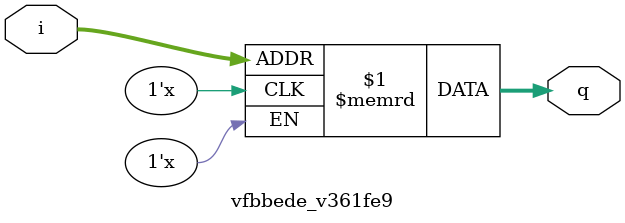
<source format=v>

`default_nettype none

module main (
 input vd89928,
 input vclk,
 output v005daf,
 output [0:7] vinit
);
 wire w0;
 wire w1;
 wire w2;
 assign v005daf = w0;
 assign w1 = vd89928;
 assign w2 = vclk;
 v0851e7 vfdc18f (
  .v807be4(w0),
  .v4dc7fc(w1),
  .vfd9fa9(w2)
 );
 assign vinit = 8'b00000000;
endmodule

/*-------------------------------------------------*/
/*--   */
/*-- - - - - - - - - - - - - - - - - - - - - - - --*/
/*-- 
/*-------------------------------------------------*/
//---- Top entity
module v0851e7 #(
 parameter v405b24 = "v405b24.list",
 parameter v5d1cd2 = 3,
 parameter v8fc4bd = 1,
 parameter v2c5934 = "v2c5934.list",
 parameter v23caaf = 7'h48
) (
 input vfd9fa9,
 input v4dc7fc,
 input [1:0] v7b11d4,
 input v2fc012,
 output vb80e1b,
 output v807be4,
 output [7:0] vfe18cf,
 output v8ec998
);
 localparam p1 = v23caaf;
 localparam p9 = v2c5934;
 localparam p12 = v5d1cd2;
 localparam p27 = v8fc4bd;
 localparam p33 = v405b24;
 wire [0:7] w0;
 wire w2;
 wire w3;
 wire [0:7] w4;
 wire w5;
 wire w6;
 wire [0:6] w7;
 wire [0:1] w8;
 wire w10;
 wire w11;
 wire w13;
 wire w14;
 wire w15;
 wire w16;
 wire w17;
 wire w18;
 wire w19;
 wire w20;
 wire w21;
 wire w22;
 wire w23;
 wire [0:17] w24;
 wire [0:2] w25;
 wire [0:2] w26;
 wire w28;
 wire [0:7] w29;
 wire [0:7] w30;
 wire [0:7] w31;
 wire [0:1] w32;
 wire [0:7] w34;
 wire w35;
 wire w36;
 wire w37;
 wire w38;
 wire w39;
 wire w40;
 wire w41;
 wire w42;
 wire w43;
 wire w44;
 wire w45;
 wire w46;
 assign vfe18cf = w0;
 assign w2 = v4dc7fc;
 assign vb80e1b = w3;
 assign w32 = v7b11d4;
 assign w35 = v2fc012;
 assign w36 = vfd9fa9;
 assign w37 = vfd9fa9;
 assign w38 = vfd9fa9;
 assign w39 = vfd9fa9;
 assign w40 = vfd9fa9;
 assign w41 = vfd9fa9;
 assign w42 = vfd9fa9;
 assign w44 = vfd9fa9;
 assign v8ec998 = w45;
 assign v807be4 = w46;
 assign w10 = w6;
 assign w14 = w6;
 assign w14 = w10;
 assign w20 = w6;
 assign w20 = w10;
 assign w20 = w14;
 assign w21 = w15;
 assign w26 = w25;
 assign w37 = w36;
 assign w38 = w36;
 assign w38 = w37;
 assign w39 = w36;
 assign w39 = w37;
 assign w39 = w38;
 assign w40 = w36;
 assign w40 = w37;
 assign w40 = w38;
 assign w40 = w39;
 assign w41 = w36;
 assign w41 = w37;
 assign w41 = w38;
 assign w41 = w39;
 assign w41 = w40;
 assign w42 = w36;
 assign w42 = w37;
 assign w42 = w38;
 assign w42 = w39;
 assign w42 = w40;
 assign w42 = w41;
 assign w43 = w6;
 assign w43 = w10;
 assign w43 = w14;
 assign w43 = w20;
 assign w44 = w36;
 assign w44 = w37;
 assign w44 = w38;
 assign w44 = w39;
 assign w44 = w40;
 assign w44 = w41;
 assign w44 = w42;
 v89d234 v405ffe (
  .vb1c024(w0),
  .v39f831(w4),
  .vf892a0(w5),
  .v41eb95(w40)
 );
 v20b7db #(
  .vc5c8ea(p1)
 ) v38893d (
  .ve8dbeb(w7)
 );
 vb959c2 v270923 (
  .vb4c770(w6),
  .v3c6908(w16),
  .ve68648(w35),
  .v581b48(w37)
 );
 v8e2728 v0dff61 (
  .v10eedb(w6),
  .v2dffca(w11),
  .v0884a0(w38)
 );
 v1535f6 #(
  .vb36a78(p9)
 ) vcccfb9 (
  .vfde47f(w24),
  .v851180(w25)
 );
 v0851e7_v67db2c v67db2c (
  .op(w8),
  .i(w24),
  .value(w29),
  .regis(w30)
 );
 v117a33 #(
  .v5e4a03(p12)
 ) vf3a196 (
  .v712cd1(w16),
  .ve61673(w18),
  .v7c533e(w19),
  .vf4a676(w25),
  .vdd729a(w36)
 );
 v35f267 vf0c8f5 (
  .v0e28cb(w10),
  .vcbab45(w18)
 );
 v816138 v8221b9 (
  .v0e28cb(w11),
  .vcbab45(w13),
  .v3ca442(w23)
 );
 vb2090f vcfae5c (
  .v0e28cb(w14),
  .vcbab45(w19),
  .v3ca442(w21)
 );
 vb2090f v925465 (
  .v3ca442(w13),
  .vcbab45(w17),
  .v0e28cb(w20)
 );
 v1c7dae v4c83c4 (
  .vf54559(w15),
  .ve8318d(w22),
  .va4102a(w41)
 );
 v2b2787 v3716a6 (
  .v4dc7fc(w2),
  .vb80e1b(w3),
  .vfe18cf(w4),
  .v17d400(w5),
  .v329779(w7),
  .vc5c3a8(w8),
  .v122bbd(w15),
  .v54a38c(w17),
  .v8d0637(w29),
  .v64d54b(w31),
  .v6fc728(w39),
  .vbfe24d(w46)
 );
 v1c7dae vbe08ed (
  .vf54559(w22),
  .ve8318d(w23),
  .va4102a(w42)
 );
 v359a55 v279edf (
  .v50d6c6(w28),
  .vd6b984(w30),
  .vf24dba(w31),
  .v02d898(w34)
 );
 vd9a3cf #(
  .v16d6b8(p27)
 ) v010bba (
  .v2e7398(w26),
  .v18e78c(w28)
 );
 vfbbede #(
  .vb36a78(p33)
 ) v4494aa (
  .v851180(w32),
  .vfde47f(w34)
 );
 v7eacdf v1041a6 (
  .v10eedb(w43),
  .v0884a0(w44),
  .v2dffca(w45)
 );
endmodule

/*-------------------------------------------------*/
/*-- adc  */
/*-- - - - - - - - - - - - - - - - - - - - - - - --*/
/*-- Analog-to-digital-converter
/*-------------------------------------------------*/

module v0851e7_v67db2c (
 input [17:0] i,
 output [7:0] regis,
 output [7:0] value,
 output [1:0] op
);
 assign op = i[17:16];
 assign regis = i[15:8];
 assign value = i[7:0];
endmodule
//---- Top entity
module v89d234 #(
 parameter v422d28 = 0
) (
 input v41eb95,
 input [7:0] v39f831,
 input vf892a0,
 output [7:0] vb1c024
);
 localparam p0 = v422d28;
 wire [0:7] w1;
 wire [0:7] w2;
 wire w3;
 wire w4;
 assign vb1c024 = w1;
 assign w2 = v39f831;
 assign w3 = vf892a0;
 assign w4 = v41eb95;
 v89d234_v9148cb #(
  .INI(p0)
 ) v9148cb (
  .q(w1),
  .d(w2),
  .load(w3),
  .clk(w4)
 );
endmodule

/*-------------------------------------------------*/
/*-- Registro  */
/*-- - - - - - - - - - - - - - - - - - - - - - - --*/
/*-- Registro de 8 bits
/*-------------------------------------------------*/

module v89d234_v9148cb #(
 parameter INI = 0
) (
 input clk,
 input [7:0] d,
 input load,
 output [7:0] q
);
 localparam N = 8;
 
 reg [N-1:0] q = INI;
 
 always @(posedge clk)
   if (load)
     q <= d;
endmodule
//---- Top entity
module v20b7db #(
 parameter vc5c8ea = 0
) (
 output [6:0] ve8dbeb
);
 localparam p0 = vc5c8ea;
 wire [0:6] w1;
 assign ve8dbeb = w1;
 v20b7db_v465065 #(
  .VALUE(p0)
 ) v465065 (
  .k(w1)
 );
endmodule

/*-------------------------------------------------*/
/*-- Constante-7bits  */
/*-- - - - - - - - - - - - - - - - - - - - - - - --*/
/*-- Valor genérico constante, de 7 bits. Su valor se introduce como parámetro. Por defecto vale 0
/*-------------------------------------------------*/

module v20b7db_v465065 #(
 parameter VALUE = 0
) (
 output [6:0] k
);
 assign k = VALUE;
endmodule
//---- Top entity
module vb959c2 #(
 parameter v679341 = 0
) (
 input v581b48,
 input ve68648,
 input v3c6908,
 output vb4c770
);
 localparam p4 = v679341;
 wire w0;
 wire w1;
 wire w2;
 wire w3;
 assign w0 = v581b48;
 assign w1 = ve68648;
 assign w2 = v3c6908;
 assign vb4c770 = w3;
 vb959c2_v4e11b3 #(
  .INI(p4)
 ) v4e11b3 (
  .clk(w0),
  .set(w1),
  .rst(w2),
  .q(w3)
 );
endmodule

/*-------------------------------------------------*/
/*-- Biestable-Set-Reset  */
/*-- - - - - - - - - - - - - - - - - - - - - - - --*/
/*-- Biestable con entradas de Set y Reset síncronas, para poner y quitar notaficaciones de eventos
/*-------------------------------------------------*/

module vb959c2_v4e11b3 #(
 parameter INI = 0
) (
 input clk,
 input set,
 input rst,
 output q
);
 reg q = INI;
 
 always @(posedge clk)
   if (set)
     q <= 1'b1;
   else if (rst)
     q<=1'b0;
endmodule
//---- Top entity
module v8e2728 (
 input v0884a0,
 input v10eedb,
 output v2dffca
);
 wire w0;
 wire w1;
 wire w2;
 assign w0 = v10eedb;
 assign v2dffca = w1;
 assign w2 = v0884a0;
 v8e2728_v115ffb v115ffb (
  .i(w0),
  .o(w1),
  .clk(w2)
 );
endmodule

/*-------------------------------------------------*/
/*-- Subida  */
/*-- - - - - - - - - - - - - - - - - - - - - - - --*/
/*-- Detector de flanco de subida. Emite un tic cuando detecta un flanco ascendente
/*-------------------------------------------------*/

module v8e2728_v115ffb (
 input clk,
 input i,
 output o
);
 reg q = 0;
 
 always @(posedge clk)
   q <= i;
   
 assign o = (~q & i);  
endmodule
//---- Top entity
module v1535f6 #(
 parameter vb36a78 = "vb36a78.list"
) (
 input [2:0] v851180,
 output [17:0] vfde47f
);
 localparam p0 = vb36a78;
 wire [0:2] w1;
 wire [0:17] w2;
 assign w1 = v851180;
 assign vfde47f = w2;
 v1535f6_v361fe9 #(
  .DATA(p0)
 ) v361fe9 (
  .i(w1),
  .q(w2)
 );
endmodule

/*-------------------------------------------------*/
/*-- mi-tabla3-18  */
/*-- - - - - - - - - - - - - - - - - - - - - - - --*/
/*-- Circuito combinacional de 3 entradas y 18 salidas
/*-------------------------------------------------*/

module v1535f6_v361fe9 #(
 parameter DATA = 0
) (
 input [2:0] i,
 output [17:0] q
);
 
 //-- Bits del bus de entrada
 localparam N = 3;
 
 //-- Bits del bus de salida
 localparam M = 18;
 
 //-- Calcular tamaño de la tabla
 //-- (filas) segun los bits de entrada
 localparam TAM = 2 ** N;
 
 //-- Definición de la tabla
 //-- Tabla de TAM elementos de M bits
 reg [M-1:0] tabla[0:TAM-1];
 
 //-- Read the table
 assign q = tabla[i];
 
 //-- Init table from DATA parameters
 initial begin
   if (DATA) $readmemh(DATA, tabla);
 end
endmodule
//---- Top entity
module v117a33 #(
 parameter v5e4a03 = 8
) (
 input vdd729a,
 input ve61673,
 input v7c533e,
 output [2:0] vf4a676,
 output v712cd1
);
 localparam p1 = v5e4a03;
 wire w0;
 wire w2;
 wire w3;
 wire w4;
 wire [0:2] w5;
 assign w0 = ve61673;
 assign w2 = v7c533e;
 assign w3 = vdd729a;
 assign v712cd1 = w4;
 assign vf4a676 = w5;
 v117a33_vbd6086 #(
  .M(p1)
 ) vbd6086 (
  .rst(w0),
  .cnt(w2),
  .clk(w3),
  .ov(w4),
  .q(w5)
 );
endmodule

/*-------------------------------------------------*/
/*-- Contador-3bits-up-rst  */
/*-- - - - - - - - - - - - - - - - - - - - - - - --*/
/*-- Contador módulo M, ascendente, de 3 bits, con reset 
/*-------------------------------------------------*/

module v117a33_vbd6086 #(
 parameter M = 0
) (
 input clk,
 input rst,
 input cnt,
 output [2:0] q,
 output ov
);
 //-- Numero de bits del contador
 localparam N = 3; 
 
 //-- En contadores de N bits:
 //-- M = 2 ** N
 
 //-- Internamente usamos un bit mas
 //-- (N+1) bits
 reg [N:0] qi = 0;
 
 always @(posedge clk)
   if (rst | ov)
     qi <= 2'b00;
   else
     if (cnt)
       qi <= qi + 1;
       
 assign q = qi;
 
 //-- Comprobar overflow
 assign ov = (qi == M);
     
endmodule
//---- Top entity
module v35f267 (
 input v0e28cb,
 output vcbab45
);
 wire w0;
 wire w1;
 assign w0 = v0e28cb;
 assign vcbab45 = w1;
 v35f267_vd54ca1 vd54ca1 (
  .a(w0),
  .c(w1)
 );
endmodule

/*-------------------------------------------------*/
/*-- NOT  */
/*-- - - - - - - - - - - - - - - - - - - - - - - --*/
/*-- Puerta NOT
/*-------------------------------------------------*/

module v35f267_vd54ca1 (
 input a,
 output c
);
 //-- Puerta NOT
 
 //-- module (input wire a, output wire c);
 
 
 assign c = ~a;
 
 
 //-- endmodule
 
endmodule
//---- Top entity
module v816138 (
 input v0e28cb,
 input v3ca442,
 output vcbab45
);
 wire w0;
 wire w1;
 wire w2;
 assign w0 = v0e28cb;
 assign w1 = v3ca442;
 assign vcbab45 = w2;
 v816138_vf4938a vf4938a (
  .a(w0),
  .b(w1),
  .c(w2)
 );
endmodule

/*-------------------------------------------------*/
/*-- OR  */
/*-- - - - - - - - - - - - - - - - - - - - - - - --*/
/*-- Puerta OR
/*-------------------------------------------------*/

module v816138_vf4938a (
 input a,
 input b,
 output c
);
 //-- Puerta OR
 
 //-- module and (input wire a, input wire b,
 //--             output wire c);
 
 assign c = a | b;
 
 //-- endmodule
endmodule
//---- Top entity
module vb2090f (
 input v0e28cb,
 input v3ca442,
 output vcbab45
);
 wire w0;
 wire w1;
 wire w2;
 assign w0 = v0e28cb;
 assign w1 = v3ca442;
 assign vcbab45 = w2;
 vb2090f_vf4938a vf4938a (
  .a(w0),
  .b(w1),
  .c(w2)
 );
endmodule

/*-------------------------------------------------*/
/*-- AND  */
/*-- - - - - - - - - - - - - - - - - - - - - - - --*/
/*-- Puerta AND
/*-------------------------------------------------*/

module vb2090f_vf4938a (
 input a,
 input b,
 output c
);
 //-- Puerta AND
 
 //-- module and (input wire a, input wire b,
 //--             output wire c);
 
 assign c = a & b;
 
 //-- endmodule
endmodule
//---- Top entity
module v1c7dae #(
 parameter v71e305 = 0
) (
 input va4102a,
 input vf54559,
 output ve8318d
);
 localparam p2 = v71e305;
 wire w0;
 wire w1;
 wire w3;
 assign w0 = va4102a;
 assign ve8318d = w1;
 assign w3 = vf54559;
 v1c7dae_vb8adf8 #(
  .INI(p2)
 ) vb8adf8 (
  .clk(w0),
  .q(w1),
  .d(w3)
 );
endmodule

/*-------------------------------------------------*/
/*-- Biestable-D  */
/*-- - - - - - - - - - - - - - - - - - - - - - - --*/
/*-- Biestable de datos (Tipo D). Cuando se recibe un tic por load se captura el dato
/*-------------------------------------------------*/

module v1c7dae_vb8adf8 #(
 parameter INI = 0
) (
 input clk,
 input d,
 output q
);
 reg q = INI;
 always @(posedge clk)
   q <= d;
endmodule
//---- Top entity
module v2b2787 #(
 parameter v20b6ac = "v20b6ac.list",
 parameter vdb1b8a = 3
) (
 input v6fc728,
 input v4dc7fc,
 input v876f60,
 input [6:0] v329779,
 input [7:0] v64d54b,
 input [7:0] v8d0637,
 input [1:0] vc5c3a8,
 input v54a38c,
 output vbfe24d,
 output vb80e1b,
 output ve89a9b,
 output [7:0] vfe18cf,
 output v17d400,
 output v122bbd
);
 localparam p1 = vdb1b8a;
 localparam p69 = v20b6ac;
 wire w0;
 wire w2;
 wire w3;
 wire w4;
 wire w5;
 wire w6;
 wire w7;
 wire w8;
 wire w9;
 wire w10;
 wire w11;
 wire w12;
 wire w13;
 wire w14;
 wire w15;
 wire w16;
 wire w17;
 wire [0:1] w18;
 wire w19;
 wire w20;
 wire w21;
 wire w22;
 wire w23;
 wire w24;
 wire w25;
 wire [0:7] w26;
 wire w27;
 wire [0:7] w28;
 wire w29;
 wire w30;
 wire w31;
 wire w32;
 wire w33;
 wire w34;
 wire w35;
 wire w36;
 wire w37;
 wire w38;
 wire w39;
 wire [0:7] w40;
 wire [0:7] w41;
 wire w42;
 wire w43;
 wire [0:1] w44;
 wire [0:1] w45;
 wire [0:1] w46;
 wire [0:1] w47;
 wire [0:1] w48;
 wire w49;
 wire w50;
 wire w51;
 wire [0:6] w52;
 wire [0:7] w53;
 wire [0:7] w54;
 wire w55;
 wire w56;
 wire w57;
 wire w58;
 wire w59;
 wire w60;
 wire w61;
 wire w62;
 wire w63;
 wire w64;
 wire w65;
 wire w66;
 wire w67;
 wire w68;
 wire w70;
 wire w71;
 assign w0 = v4dc7fc;
 assign vb80e1b = w6;
 assign ve89a9b = w9;
 assign vfe18cf = w28;
 assign w39 = v876f60;
 assign w47 = vc5c3a8;
 assign w52 = v329779;
 assign w53 = v64d54b;
 assign w54 = v8d0637;
 assign w55 = v54a38c;
 assign w56 = v6fc728;
 assign w57 = v6fc728;
 assign w58 = v6fc728;
 assign w59 = v6fc728;
 assign w60 = v6fc728;
 assign w61 = v6fc728;
 assign v17d400 = w62;
 assign w63 = v6fc728;
 assign w64 = v6fc728;
 assign w65 = v6fc728;
 assign w66 = v6fc728;
 assign w67 = v6fc728;
 assign v122bbd = w68;
 assign vbfe24d = w71;
 assign w23 = w10;
 assign w24 = w21;
 assign w25 = w7;
 assign w30 = w27;
 assign w35 = w33;
 assign w36 = w33;
 assign w36 = w35;
 assign w37 = w33;
 assign w37 = w35;
 assign w37 = w36;
 assign w42 = w19;
 assign w50 = w49;
 assign w57 = w56;
 assign w58 = w56;
 assign w58 = w57;
 assign w59 = w56;
 assign w59 = w57;
 assign w59 = w58;
 assign w60 = w56;
 assign w60 = w57;
 assign w60 = w58;
 assign w60 = w59;
 assign w61 = w56;
 assign w61 = w57;
 assign w61 = w58;
 assign w61 = w59;
 assign w61 = w60;
 assign w63 = w56;
 assign w63 = w57;
 assign w63 = w58;
 assign w63 = w59;
 assign w63 = w60;
 assign w63 = w61;
 assign w64 = w56;
 assign w64 = w57;
 assign w64 = w58;
 assign w64 = w59;
 assign w64 = w60;
 assign w64 = w61;
 assign w64 = w63;
 assign w65 = w56;
 assign w65 = w57;
 assign w65 = w58;
 assign w65 = w59;
 assign w65 = w60;
 assign w65 = w61;
 assign w65 = w63;
 assign w65 = w64;
 assign w66 = w56;
 assign w66 = w57;
 assign w66 = w58;
 assign w66 = w59;
 assign w66 = w60;
 assign w66 = w61;
 assign w66 = w63;
 assign w66 = w64;
 assign w66 = w65;
 assign w67 = w56;
 assign w67 = w57;
 assign w67 = w58;
 assign w67 = w59;
 assign w67 = w60;
 assign w67 = w61;
 assign w67 = w63;
 assign w67 = w64;
 assign w67 = w65;
 assign w67 = w66;
 assign w70 = w31;
 assign w71 = w3;
 ve1a052 v3a7ca3 (
  .v6b2a2c(w0),
  .vba979e(w5),
  .v248807(w8),
  .v790e82(w10)
 );
 v23e63b #(
  .v75b2bb(p1)
 ) vb9b54e (
  .vd78d57(w2),
  .vd94b57(w13),
  .v3fd15e(w17),
  .v2379d3(w31),
  .vd92cd6(w55),
  .vcc8dd9(w56)
 );
 v8ba640 v29c916 (
  .v22d89c(w9),
  .vd0f6aa(w10),
  .vcfa9bb(w11),
  .vdff742(w35),
  .v30ed4b(w39),
  .v5dd22f(w65)
 );
 vfc9dac v07820e (
  .v8b19dd(w18),
  .v64d863(w19),
  .v3f8943(w43)
 );
 v35f267 va4427d (
  .v0e28cb(w19),
  .vcbab45(w34)
 );
 v56e0da v263adc (
  .v4fef26(w22),
  .v8fcf35(w24),
  .vd50ef8(w26),
  .v54c0b0(w63)
 );
 vb2090f va6a155 (
  .v3ca442(w20),
  .vcbab45(w21),
  .v0e28cb(w25)
 );
 v35f267 v2f4ce6 (
  .vcbab45(w20),
  .v0e28cb(w36)
 );
 v42ebf7 v478781 (
  .v9afc1f(w21),
  .ve8318d(w22),
  .vf54559(w23),
  .va4102a(w61)
 );
 vc146d4 v423c53 (
  .vc42023(w7),
  .v0e6505(w8),
  .v190b0b(w11),
  .vdb8ccc(w12),
  .v994809(w27),
  .v364b20(w37),
  .vf5404b(w60)
 );
 v89d234 v405ffe (
  .v39f831(w26),
  .vf892a0(w27),
  .vb1c024(w28),
  .v41eb95(w64)
 );
 v1c7dae vd9300d (
  .vf54559(w29),
  .ve8318d(w62),
  .va4102a(w66)
 );
 vb2090f vaa1091 (
  .vcbab45(w29),
  .v0e28cb(w30),
  .v3ca442(w32)
 );
 v3e4cef v0d19b0 (
  .ve41ea9(w3),
  .v610d09(w4),
  .v24cab2(w5),
  .vfb639d(w6),
  .v334d55(w16),
  .v6a8d27(w31),
  .v1b95b1(w58)
 );
 v35f267 va994d0 (
  .vcbab45(w32),
  .v0e28cb(w33)
 );
 v5cc6ec v0b57c9 (
  .vc93bbe(w33),
  .vb186da(w34),
  .v381ebf(w38),
  .v50d6c6(w50)
 );
 v725b7e v1b392a (
  .v9fb85f(w38)
 );
 v2b2787_v0fa555 v0fa555 (
  .b(w40),
  .w(w49),
  .a(w52)
 );
 vf1c84b vb60f13 (
  .v69afd7(w2),
  .v9c7419(w3),
  .v7da9df(w4),
  .v945c79(w7),
  .v1a1b36(w12),
  .v1368c3(w14),
  .v4c9f5f(w15),
  .vec0e14(w17),
  .vef36bc(w41),
  .v1c6ca1(w57)
 );
 v548334 ve8c896 (
  .ve9b26f(w13),
  .v8762e7(w14),
  .v650051(w15),
  .vea582e(w16),
  .v80c1bb(w18),
  .vf190ba(w44),
  .v49b5f9(w59)
 );
 v56cc18 vdc270f (
  .v3d1227(w40),
  .v3fb88b(w41),
  .vda0bfd(w42),
  .v50d6c6(w43),
  .v062092(w53),
  .v21e136(w54)
 );
 veebee1 v39309f (
  .v7fb9b3(w44),
  .v340b68(w45),
  .vc9d156(w46),
  .v50d6c6(w51)
 );
 v945d5c vb7cc31 (
  .v2978f0(w45)
 );
 vceff2d v2dc4e3 (
  .v2978f0(w46)
 );
 va47586 #(
  .vb36a78(p69)
 ) vb4821c (
  .v851180(w47),
  .vfde47f(w48)
 );
 vfc9dac ve5aef5 (
  .v8b19dd(w48),
  .v64d863(w49),
  .v3f8943(w51)
 );
 v1c7dae vfda31a (
  .va4102a(w67),
  .ve8318d(w68),
  .vf54559(w70)
 );
endmodule

/*-------------------------------------------------*/
/*-- i2c  */
/*-- - - - - - - - - - - - - - - - - - - - - - - --*/
/*-- Controlador i2c que permite 3 transacciones: escritura, lectura y selección
/*-------------------------------------------------*/

module v2b2787_v0fa555 (
 input [6:0] a,
 input w,
 output [7:0] b
);
 assign b = {a,w};
endmodule
//---- Top entity
module ve1a052 (
 input v6b2a2c,
 input v248807,
 input vba979e,
 output v790e82
);
 wire w0;
 wire w1;
 wire w2;
 wire w3;
 assign w0 = v6b2a2c;
 assign w1 = v248807;
 assign w2 = vba979e;
 assign v790e82 = w3;
 ve1a052_v43ad2d v43ad2d (
  .pin(w0),
  .oe(w1),
  .dout(w2),
  .din(w3)
 );
endmodule

/*-------------------------------------------------*/
/*-- Tri-state  */
/*-- - - - - - - - - - - - - - - - - - - - - - - --*/
/*-- Tri-state logic block
/*-------------------------------------------------*/

module ve1a052_v43ad2d (
 input pin,
 input oe,
 input dout,
 output din
);
   SB_IO #(
       .PIN_TYPE(6'b1010_01),
       .PULLUP(1'b0)
   ) triState (
       .PACKAGE_PIN(pin),
       .OUTPUT_ENABLE(oe),
       .D_OUT_0(dout),
       .D_IN_0(din)
   );
endmodule
//---- Top entity
module v23e63b #(
 parameter vf8c69c = 1,
 parameter v75b2bb = 2,
 parameter vd3b0b7 = 1
) (
 input vcc8dd9,
 input v2379d3,
 input vd92cd6,
 output vd78d57,
 output v3fd15e,
 output vd94b57
);
 localparam p1 = v75b2bb;
 localparam p4 = vd3b0b7;
 localparam p5 = vf8c69c;
 wire w0;
 wire w2;
 wire w3;
 wire w6;
 wire w7;
 wire w8;
 wire w9;
 wire w10;
 wire w11;
 wire w12;
 wire w13;
 wire w14;
 wire w15;
 wire w16;
 wire w17;
 assign vd78d57 = w0;
 assign v3fd15e = w2;
 assign w6 = v2379d3;
 assign w9 = vd92cd6;
 assign w10 = v2379d3;
 assign w11 = vcc8dd9;
 assign w12 = vcc8dd9;
 assign w13 = vcc8dd9;
 assign w14 = vcc8dd9;
 assign vd94b57 = w15;
 assign w17 = vcc8dd9;
 assign w8 = w0;
 assign w10 = w6;
 assign w12 = w11;
 assign w13 = w11;
 assign w13 = w12;
 assign w14 = w11;
 assign w14 = w12;
 assign w14 = w13;
 assign w16 = w3;
 assign w17 = w11;
 assign w17 = w12;
 assign w17 = w13;
 assign w17 = w14;
 vb959c2 #(
  .v679341(p5)
 ) vd7cb01 (
  .vb4c770(w0),
  .ve68648(w6),
  .v3c6908(w9),
  .v581b48(w11)
 );
 v3b630a #(
  .v187a47(p1)
 ) v65ebbc (
  .va9e2af(w3),
  .v6e1dd1(w7),
  .v5688a8(w13)
 );
 vb959c2 #(
  .v679341(p4)
 ) ve13051 (
  .vb4c770(w2),
  .v3c6908(w3),
  .ve68648(w10),
  .v581b48(w14)
 );
 v7eacdf v2908cb (
  .v2dffca(w7),
  .v10eedb(w8),
  .v0884a0(w12)
 );
 v1c7dae v0241a5 (
  .ve8318d(w15),
  .vf54559(w16),
  .va4102a(w17)
 );
endmodule

/*-------------------------------------------------*/
/*-- i2c-start  */
/*-- - - - - - - - - - - - - - - - - - - - - - - --*/
/*-- Generar la condición de start en el bus I2C
/*-------------------------------------------------*/
//---- Top entity
module v3b630a #(
 parameter v187a47 = 100
) (
 input v5688a8,
 input v6e1dd1,
 output veabfb2,
 output va9e2af
);
 localparam p4 = v187a47;
 wire w0;
 wire w1;
 wire w2;
 wire w3;
 assign w0 = v6e1dd1;
 assign veabfb2 = w1;
 assign va9e2af = w2;
 assign w3 = v5688a8;
 v3b630a_v3140f5 #(
  .US(p4)
 ) v3140f5 (
  .start(w0),
  .p(w1),
  .tic(w2),
  .clk(w3)
 );
endmodule

/*-------------------------------------------------*/
/*-- timer-usec  */
/*-- - - - - - - - - - - - - - - - - - - - - - - --*/
/*-- Temporizador en microsegundos. La señal p está activa durante el tiempo indicado. Por tic se emite un tic al finalizar
/*-------------------------------------------------*/

module v3b630a_v3140f5 #(
 parameter US = 0
) (
 input clk,
 input start,
 output p,
 output tic
);
 //localparam US;
 
 //-- Constante para dividir y obtener una señal de 
 //-- periodo 1 micro-segundo
 localparam M = 12;
 
 //-- Calcular el numero de bits para almacenar M
 localparam N = $clog2(M);
 
 //-- Cable de reset para el corazon
 wire rst_heart;
 
 //-- Overflow del temporizador del corazon
 wire ov_heart;
 
 //-- Habilitacion del corazon
 wire ena;
 
 //-- Tics del corazon
 wire tic_heart;
 
 //-- Contador del corazon
 reg [N-1:0] heart=0;
 
 always @(posedge clk)
   if (rst_heart)
     heart <= 0;
   else
     heart <= heart + 1;
 
 //-- Overflow del contador
 assign ov_heart = (heart == M-1);
 
 //-- La salida del corazon es la señal de overflow
 assign tic_heart = ov_heart;
 
 //-- Reset del corazon
 assign rst_heart =~ena | ov_heart;
 
 
 
 //--------------------------------------------
 //-- Contador de tics
 //--------------------------------------------
 
 //-- Calcular el numero de bits para almacenar US tics
 localparam CB = $clog2(US);
 
 reg [CB:0] counter = 0;
 
 //-- Overflow del contador
 wire ov;
 
 //-- Señal de reset del contador
 wire rst;
 
 always @(posedge clk)
 if (rst)
   counter <= 0;
 else
   if (tic_heart)
     counter <= counter + 1;
 
 //-- Evento: cuenta máxima de tics alcanzada
 assign ov = (counter == US);
 
 //---------------------------------------
 //-- Biestable de estado del timer
 //-- 0: Apagado  
 //-- 1: Funcionando
 reg q = 0;
 
 always @(posedge clk)
   if (start)
     q <= 1'b1;
   else if (rst)
     q<=1'b0;
     
 //-- Lógica de reset
 //En función de la entrada, el estado y  
 // el overflow se inicializa el contador y 
 // se habilita el corazón de tics
 assign rst = ~q | ov | start;
 assign ena = ~rst;
 
 //-- Salida de pulso
 assign p = q;
 
 //-- Salida de tic
 //-- Saca un tic cuando ha finalizado la cuenta
 assign tic = ov;
 
endmodule
//---- Top entity
module v7eacdf (
 input v0884a0,
 input v10eedb,
 output v2dffca
);
 wire w0;
 wire w1;
 wire w2;
 assign w0 = v10eedb;
 assign v2dffca = w1;
 assign w2 = v0884a0;
 v7eacdf_v115ffb v115ffb (
  .i(w0),
  .o(w1),
  .clk(w2)
 );
endmodule

/*-------------------------------------------------*/
/*-- Bajada  */
/*-- - - - - - - - - - - - - - - - - - - - - - - --*/
/*-- Detector de flanco de bajada. Emite un tic cuando detecta un flanco descendente
/*-------------------------------------------------*/

module v7eacdf_v115ffb (
 input clk,
 input i,
 output o
);
 reg q = 0;
 
 always @(posedge clk)
   q <= i;
   
 assign o = (q & ~i);  
endmodule
//---- Top entity
module v8ba640 (
 input v5dd22f,
 input vd0f6aa,
 input vcfa9bb,
 input vdff742,
 input v30ed4b,
 output v22d89c
);
 wire w0;
 wire w1;
 wire w2;
 wire w3;
 wire w4;
 wire w5;
 wire w6;
 wire w7;
 wire w8;
 wire w9;
 assign v22d89c = w0;
 assign w4 = vd0f6aa;
 assign w5 = vdff742;
 assign w6 = vcfa9bb;
 assign w7 = v30ed4b;
 assign w8 = v5dd22f;
 assign w9 = v5dd22f;
 assign w9 = w8;
 vb2090f v8826f2 (
  .vcbab45(w2),
  .v3ca442(w3),
  .v0e28cb(w4)
 );
 vb959c2 v623a62 (
  .vb4c770(w0),
  .ve68648(w1),
  .v3c6908(w7),
  .v581b48(w9)
 );
 v8e2728 vf8bd2a (
  .v2dffca(w1),
  .v10eedb(w2),
  .v0884a0(w8)
 );
 vb2090f v9608b2 (
  .vcbab45(w3),
  .v3ca442(w5),
  .v0e28cb(w6)
 );
endmodule

/*-------------------------------------------------*/
/*-- i2c-nak  */
/*-- - - - - - - - - - - - - - - - - - - - - - - --*/
/*-- Detección de los ACKs del esclavo. Si no se recibe, se activa la salida NAK
/*-------------------------------------------------*/
//---- Top entity
module vfc9dac (
 input [1:0] v8b19dd,
 output v3f8943,
 output v64d863
);
 wire w0;
 wire w1;
 wire [0:1] w2;
 assign v3f8943 = w0;
 assign v64d863 = w1;
 assign w2 = v8b19dd;
 vfc9dac_v9a2a06 v9a2a06 (
  .o1(w0),
  .o0(w1),
  .i(w2)
 );
endmodule

/*-------------------------------------------------*/
/*-- Separador-bus  */
/*-- - - - - - - - - - - - - - - - - - - - - - - --*/
/*-- Separador de bus de 2-bits en dos cables
/*-------------------------------------------------*/

module vfc9dac_v9a2a06 (
 input [1:0] i,
 output o1,
 output o0
);
 assign o1 = i[1];
 assign o0 = i[0];
endmodule
//---- Top entity
module v56e0da #(
 parameter v27bfca = 0
) (
 input v54c0b0,
 input v4fef26,
 input v8fcf35,
 output v0d3330,
 output [7:0] vd50ef8
);
 localparam p0 = v27bfca;
 wire w1;
 wire w2;
 wire w3;
 wire w4;
 wire [0:7] w5;
 assign v0d3330 = w1;
 assign w2 = v4fef26;
 assign w3 = v8fcf35;
 assign w4 = v54c0b0;
 assign vd50ef8 = w5;
 v56e0da_v56d51d #(
  .INI(p0)
 ) v56d51d (
  .so(w1),
  .si(w2),
  .shift(w3),
  .clk(w4),
  .q(w5)
 );
endmodule

/*-------------------------------------------------*/
/*-- Registro-desplazamiento  */
/*-- - - - - - - - - - - - - - - - - - - - - - - --*/
/*-- Registro de desplazamiento (izquierda) de 8 bits
/*-------------------------------------------------*/

module v56e0da_v56d51d #(
 parameter INI = 0
) (
 input clk,
 input si,
 input shift,
 output so,
 output [7:0] q
);
 //-- Numero de bits el registros de desplazamiento
 localparam N = 8;
 
 reg [N-1:0] q = INI;
 
 always @(posedge clk)
   if (shift)
     q <= {q[N-2:0], si};
     
 //-- Sacar el bit de mayor peso por serial-out    
 assign so = q[N-1];
endmodule
//---- Top entity
module v42ebf7 #(
 parameter v71e305 = 0
) (
 input va4102a,
 input vf54559,
 input v9afc1f,
 output ve8318d
);
 localparam p2 = v71e305;
 wire w0;
 wire w1;
 wire w3;
 wire w4;
 assign w0 = va4102a;
 assign ve8318d = w1;
 assign w3 = vf54559;
 assign w4 = v9afc1f;
 v42ebf7_vb8adf8 #(
  .INI(p2)
 ) vb8adf8 (
  .clk(w0),
  .q(w1),
  .d(w3),
  .load(w4)
 );
endmodule

/*-------------------------------------------------*/
/*-- Biestable-D  */
/*-- - - - - - - - - - - - - - - - - - - - - - - --*/
/*-- Biestable de datos (Tipo D). Cuando se recibe un tic por load se captura el dato
/*-------------------------------------------------*/

module v42ebf7_vb8adf8 #(
 parameter INI = 0
) (
 input clk,
 input d,
 input load,
 output q
);
 reg q = INI;
 always @(posedge clk)
   if (load)
     q <= d;
endmodule
//---- Top entity
module vc146d4 #(
 parameter ve8153a = 1,
 parameter vd0eb71 = 9,
 parameter v56a06a = 5
) (
 input vf5404b,
 input vc42023,
 input v364b20,
 input vdb8ccc,
 output v190b0b,
 output v994809,
 output v0e6505
);
 localparam p0 = vd0eb71;
 localparam p1 = v56a06a;
 localparam p9 = ve8153a;
 wire w2;
 wire w3;
 wire w4;
 wire w5;
 wire w6;
 wire w7;
 wire w8;
 wire w10;
 wire w11;
 wire w12;
 wire w13;
 wire w14;
 wire w15;
 wire w16;
 wire w17;
 wire w18;
 wire w19;
 assign v0e6505 = w8;
 assign w10 = vdb8ccc;
 assign w11 = v364b20;
 assign w12 = vc42023;
 assign w13 = vdb8ccc;
 assign v190b0b = w14;
 assign w15 = vf5404b;
 assign w16 = vf5404b;
 assign w17 = vf5404b;
 assign w18 = vf5404b;
 assign v994809 = w19;
 assign w4 = w2;
 assign w13 = w10;
 assign w14 = w3;
 assign w16 = w15;
 assign w17 = w15;
 assign w17 = w16;
 assign w18 = w15;
 assign w18 = w16;
 assign w18 = w17;
 assign w19 = w2;
 assign w19 = w4;
 vd014cb #(
  .v5e4a03(p0)
 ) vf11cbd (
  .v712cd1(w2),
  .v7c533e(w12),
  .vdd729a(w17)
 );
 v3b630a #(
  .v187a47(p1)
 ) ve93ca3 (
  .v6e1dd1(w2),
  .veabfb2(w3),
  .v5688a8(w15)
 );
 v35f267 v17c9d1 (
  .v0e28cb(w3),
  .vcbab45(w5)
 );
 v42ebf7 #(
  .v71e305(p9)
 ) v1113ff (
  .ve8318d(w7),
  .v9afc1f(w10),
  .vf54559(w11),
  .va4102a(w16)
 );
 vb959c2 v1d8b2d (
  .ve68648(w4),
  .vb4c770(w6),
  .v3c6908(w13),
  .v581b48(w18)
 );
 v5cc6ec v809f57 (
  .vb186da(w5),
  .v381ebf(w6),
  .v50d6c6(w7),
  .vc93bbe(w8)
 );
endmodule

/*-------------------------------------------------*/
/*-- i2c-io  */
/*-- - - - - - - - - - - - - - - - - - - - - - - --*/
/*-- Gestion de la entrada/salida en el bus i2c
/*-------------------------------------------------*/
//---- Top entity
module vd014cb #(
 parameter v5e4a03 = 256
) (
 input vdd729a,
 input ve61673,
 input v7c533e,
 output [7:0] vb86fe4,
 output v712cd1
);
 localparam p1 = v5e4a03;
 wire w0;
 wire w2;
 wire w3;
 wire w4;
 wire [0:7] w5;
 assign w0 = ve61673;
 assign w2 = v7c533e;
 assign w3 = vdd729a;
 assign v712cd1 = w4;
 assign vb86fe4 = w5;
 vd014cb_vbd6086 #(
  .M(p1)
 ) vbd6086 (
  .rst(w0),
  .cnt(w2),
  .clk(w3),
  .ov(w4),
  .q(w5)
 );
endmodule

/*-------------------------------------------------*/
/*-- Contador-8bits-up-rst  */
/*-- - - - - - - - - - - - - - - - - - - - - - - --*/
/*-- Contador módulo M, ascendente, de 8 bits, con reset 
/*-------------------------------------------------*/

module vd014cb_vbd6086 #(
 parameter M = 0
) (
 input clk,
 input rst,
 input cnt,
 output [7:0] q,
 output ov
);
 //-- Numero de bits del contador
 localparam N = 8; 
 
 //-- En contadores de N bits:
 //-- M = 2 ** N
 
 //-- Internamente usamos un bit mas
 //-- (N+1) bits
 reg [N:0] qi = 0;
 
 always @(posedge clk)
   if (rst | ov)
     qi <= 0;
   else
     if (cnt)
       qi <= qi + 1;
       
 assign q = qi;
 
 //-- Comprobar overflow
 assign ov = (qi == M);
     
endmodule
//---- Top entity
module v5cc6ec (
 input vb186da,
 input v381ebf,
 input v50d6c6,
 output vc93bbe
);
 wire w0;
 wire w1;
 wire w2;
 wire w3;
 assign w0 = v50d6c6;
 assign vc93bbe = w1;
 assign w2 = v381ebf;
 assign w3 = vb186da;
 v5cc6ec_ve4e0df ve4e0df (
  .sel(w0),
  .o(w1),
  .i0(w2),
  .i1(w3)
 );
endmodule

/*-------------------------------------------------*/
/*-- Mux 2 a 1  */
/*-- - - - - - - - - - - - - - - - - - - - - - - --*/
/*-- Multiplexor de 2 a 1
/*-------------------------------------------------*/

module v5cc6ec_ve4e0df (
 input i1,
 input i0,
 input sel,
 output o
);
 //-- Multiplexor de 2 a 1, 
 //-- de 8 bits
 
 reg _o;
 
 always @(*) begin
     case(sel)
         0: _o = i0;
         1: _o = i1;
         default: _o = i0;
     endcase
 end
 
 assign o = _o;
 
endmodule
//---- Top entity
module v3e4cef #(
 parameter vd75665 = 5,
 parameter ve0391a = 2
) (
 input v1b95b1,
 input ve41ea9,
 input v610d09,
 input v334d55,
 output v24cab2,
 output vfb639d,
 output v6a8d27
);
 localparam p3 = ve0391a;
 localparam p15 = vd75665;
 wire w0;
 wire w1;
 wire w2;
 wire w4;
 wire w5;
 wire w6;
 wire w7;
 wire w8;
 wire w9;
 wire w10;
 wire w11;
 wire w12;
 wire w13;
 wire w14;
 wire w16;
 wire w17;
 wire w18;
 wire w19;
 wire w20;
 wire w21;
 wire w22;
 assign vfb639d = w0;
 assign v24cab2 = w4;
 assign v6a8d27 = w6;
 assign w8 = v610d09;
 assign w9 = ve41ea9;
 assign w11 = v1b95b1;
 assign w12 = v1b95b1;
 assign w13 = v1b95b1;
 assign w14 = v1b95b1;
 assign w16 = v334d55;
 assign w19 = v1b95b1;
 assign w22 = v1b95b1;
 assign w7 = w2;
 assign w12 = w11;
 assign w13 = w11;
 assign w13 = w12;
 assign w14 = w11;
 assign w14 = w12;
 assign w14 = w13;
 assign w18 = w17;
 assign w19 = w11;
 assign w19 = w12;
 assign w19 = w13;
 assign w19 = w14;
 assign w20 = w10;
 assign w21 = w6;
 assign w22 = w11;
 assign w22 = w12;
 assign w22 = w13;
 assign w22 = w14;
 assign w22 = w19;
 vb959c2 v2301a0 (
  .vb4c770(w1),
  .v3c6908(w10),
  .v581b48(w12),
  .ve68648(w17)
 );
 v816138 v4f5af9 (
  .vcbab45(w0),
  .v3ca442(w1),
  .v0e28cb(w8)
 );
 vb959c2 v8c0d08 (
  .ve68648(w2),
  .vb4c770(w5),
  .v581b48(w14),
  .v3c6908(w20)
 );
 v3b630a #(
  .v187a47(p3)
 ) vd80ff7 (
  .va9e2af(w2),
  .v5688a8(w11),
  .v6e1dd1(w18)
 );
 v816138 vb4f732 (
  .vcbab45(w4),
  .v0e28cb(w5),
  .v3ca442(w9)
 );
 v1c7dae v947bc6 (
  .ve8318d(w6),
  .vf54559(w7),
  .va4102a(w13)
 );
 v3b630a #(
  .v187a47(p15)
 ) vdc731d (
  .v6e1dd1(w16),
  .va9e2af(w17),
  .v5688a8(w19)
 );
 v1c7dae v44f3ab (
  .ve8318d(w10),
  .vf54559(w21),
  .va4102a(w22)
 );
endmodule

/*-------------------------------------------------*/
/*-- i2c-stop  */
/*-- - - - - - - - - - - - - - - - - - - - - - - --*/
/*-- Generar una condición de parada en el bus i2c
/*-------------------------------------------------*/
//---- Top entity
module v725b7e (
 output v9fb85f
);
 wire w0;
 assign v9fb85f = w0;
 v725b7e_vb2eccd vb2eccd (
  .q(w0)
 );
endmodule

/*-------------------------------------------------*/
/*-- 1  */
/*-- - - - - - - - - - - - - - - - - - - - - - - --*/
/*-- Un bit constante a 1
/*-------------------------------------------------*/

module v725b7e_vb2eccd (
 output q
);
 //-- Bit constante a 1
 assign q = 1'b1;
 
 
endmodule
//---- Top entity
module vf1c84b #(
 parameter vd32d28 = 121,
 parameter vea5b6c = 9,
 parameter v9ee7b6 = 2,
 parameter vab6018 = 5
) (
 input v1c6ca1,
 input v69afd7,
 input vec0e14,
 input [7:0] vef36bc,
 input v1368c3,
 output v9c7419,
 output v7da9df,
 output v945c79,
 output v1a1b36,
 output v4c9f5f
);
 localparam p0 = vea5b6c;
 localparam p1 = vd32d28;
 localparam p2 = vab6018;
 localparam p5 = v9ee7b6;
 wire w3;
 wire w4;
 wire w6;
 wire w7;
 wire w8;
 wire w9;
 wire w10;
 wire w11;
 wire w12;
 wire w13;
 wire w14;
 wire w15;
 wire w16;
 wire w17;
 wire w18;
 wire w19;
 wire w20;
 wire w21;
 wire w22;
 wire w23;
 wire w24;
 wire w25;
 wire w26;
 wire w27;
 wire w28;
 wire w29;
 wire [0:7] w30;
 assign v7da9df = w6;
 assign v9c7419 = w8;
 assign w10 = v69afd7;
 assign w11 = v1368c3;
 assign w12 = vec0e14;
 assign w16 = v1c6ca1;
 assign w17 = v1c6ca1;
 assign w18 = v1c6ca1;
 assign w19 = v1c6ca1;
 assign w20 = v1c6ca1;
 assign v4c9f5f = w24;
 assign v945c79 = w25;
 assign w26 = v1368c3;
 assign v1a1b36 = w26;
 assign w27 = v1368c3;
 assign w28 = v1368c3;
 assign w30 = vef36bc;
 assign w14 = w13;
 assign w15 = w13;
 assign w15 = w14;
 assign w17 = w16;
 assign w18 = w16;
 assign w18 = w17;
 assign w19 = w16;
 assign w19 = w17;
 assign w19 = w18;
 assign w20 = w16;
 assign w20 = w17;
 assign w20 = w18;
 assign w20 = w19;
 assign w25 = w4;
 assign w26 = w11;
 assign w27 = w11;
 assign w27 = w26;
 assign w28 = w11;
 assign w28 = w26;
 assign w28 = w27;
 v3b630a #(
  .v187a47(p2)
 ) vdd2366 (
  .v6e1dd1(w4),
  .veabfb2(w7),
  .v5688a8(w20),
  .va9e2af(w23)
 );
 v21cfcc vbd59f1 (
  .v9fb85f(w29)
 );
 v3b630a #(
  .v187a47(p5)
 ) v9a0bec (
  .va9e2af(w4),
  .v6e1dd1(w13),
  .v5688a8(w19)
 );
 v816138 v163e96 (
  .vcbab45(w6),
  .v3ca442(w7),
  .v0e28cb(w12)
 );
 v816138 ve52c88 (
  .vcbab45(w8),
  .v0e28cb(w9),
  .v3ca442(w10)
 );
 v086d7d #(
  .v7fc9e0(p0),
  .vd8d9ac(p1)
 ) v0f7762 (
  .v37ae70(w11),
  .ved4c0c(w13),
  .vb0a8d8(w18),
  .vffcbf8(w22)
 );
 v35f267 vf276f1 (
  .vcbab45(w21),
  .v0e28cb(w22)
 );
 vb2090f v073720 (
  .v3ca442(w21),
  .v0e28cb(w23),
  .vcbab45(w24)
 );
 v45f630 vdaad51 (
  .vf54559(w3),
  .ve8318d(w9),
  .v9afc1f(w15),
  .va4102a(w17),
  .vbbc50c(w27)
 );
 v53847c v1bd8df (
  .v0d3330(w3),
  .v7d29fb(w14),
  .v4a6801(w16),
  .v9bfaa9(w28),
  .v3ba3e6(w29),
  .v67ccbf(w30)
 );
endmodule

/*-------------------------------------------------*/
/*-- i2c-data  */
/*-- - - - - - - - - - - - - - - - - - - - - - - --*/
/*-- Inyectar un byte en el bus i2c
/*-------------------------------------------------*/
//---- Top entity
module v21cfcc (
 output v9fb85f
);
 wire w0;
 assign v9fb85f = w0;
 v21cfcc_vb2eccd vb2eccd (
  .q(w0)
 );
endmodule

/*-------------------------------------------------*/
/*-- 0  */
/*-- - - - - - - - - - - - - - - - - - - - - - - --*/
/*-- Un bit constante a 0
/*-------------------------------------------------*/

module v21cfcc_vb2eccd (
 output q
);
 //-- Bit constante a 0
 assign q = 1'b0;
 
 
endmodule
//---- Top entity
module v086d7d #(
 parameter vd8d9ac = 15,
 parameter v7fc9e0 = 24
) (
 input vb0a8d8,
 input v37ae70,
 output ved4c0c,
 output vffcbf8,
 output v5255d3
);
 localparam p1 = vd8d9ac;
 localparam p6 = v7fc9e0;
 wire w0;
 wire w2;
 wire w3;
 wire w4;
 wire w5;
 wire w7;
 wire w8;
 wire w9;
 wire w10;
 wire w11;
 wire w12;
 wire w13;
 assign w7 = v37ae70;
 assign w8 = vb0a8d8;
 assign w9 = vb0a8d8;
 assign w10 = vb0a8d8;
 assign ved4c0c = w11;
 assign v5255d3 = w12;
 assign vffcbf8 = w13;
 assign w5 = w0;
 assign w9 = w8;
 assign w10 = w8;
 assign w10 = w9;
 assign w11 = w3;
 assign w12 = w2;
 assign w13 = w0;
 assign w13 = w5;
 vb959c2 v560ce2 (
  .vb4c770(w0),
  .v3c6908(w2),
  .ve68648(w7),
  .v581b48(w8)
 );
 vd585a5 #(
  .vfb06ae(p1)
 ) v6fd693 (
  .vb27aaa(w0),
  .v2a8434(w3),
  .vac0eb2(w9)
 );
 vd0fde2 #(
  .v5e4a03(p6)
 ) v427093 (
  .v712cd1(w2),
  .v7c533e(w3),
  .ve61673(w4),
  .vdd729a(w10)
 );
 v35f267 vfb2363 (
  .vcbab45(w4),
  .v0e28cb(w5)
 );
endmodule

/*-------------------------------------------------*/
/*-- Heart-tics  */
/*-- - - - - - - - - - - - - - - - - - - - - - - --*/
/*-- Corazón  finito de tics. Emitir num tics cuando se recibe un tic de start
/*-------------------------------------------------*/
//---- Top entity
module vd585a5 #(
 parameter vfb06ae = 15
) (
 input vac0eb2,
 input vb27aaa,
 output v2a8434
);
 localparam p2 = vfb06ae;
 wire w0;
 wire w1;
 wire w3;
 assign v2a8434 = w0;
 assign w1 = vac0eb2;
 assign w3 = vb27aaa;
 vd585a5_v6cac2f #(
  .TICS(p2)
 ) v6cac2f (
  .o(w0),
  .clk(w1),
  .ena(w3)
 );
endmodule

/*-------------------------------------------------*/
/*-- Corazon-tics  */
/*-- - - - - - - - - - - - - - - - - - - - - - - --*/
/*-- Corazón de bombeo de tics, cuyo periodo está especificado en tics también
/*-------------------------------------------------*/

module vd585a5_v6cac2f #(
 parameter TICS = 0
) (
 input clk,
 input ena,
 output o
);
 
 
 //-- Los TICs son directamente el módulo del contador
 localparam M = TICS;
 
 //-- Calcular el numero de bits para almacenar M
 localparam N = $clog2(M);
 
 //-- Cable de reset para el contador
 wire reset;
 
 //-- Registro del divisor
 reg [N-1:0] divcounter;
 
 
 //-- Contador con reset
 always @(posedge clk)
   if (reset)
     divcounter <= 0;
   else
     divcounter <= divcounter + 1;
 
 wire ov;
 assign ov = (divcounter == M-1);
 
 //-- Comparador que resetea el contador cuando se alcanza el tope
 assign reset = ov | (ena == 0);
 
 //-- La salida es la señal de overflow
 assign o = ov;
 
 
 
 
endmodule
//---- Top entity
module vd0fde2 #(
 parameter v5e4a03 = 32
) (
 input vdd729a,
 input ve61673,
 input v7c533e,
 output [4:0] v534dbf,
 output v712cd1
);
 localparam p1 = v5e4a03;
 wire w0;
 wire w2;
 wire w3;
 wire w4;
 wire [0:4] w5;
 assign w0 = ve61673;
 assign w2 = v7c533e;
 assign w3 = vdd729a;
 assign v712cd1 = w4;
 assign v534dbf = w5;
 vd0fde2_vbd6086 #(
  .M(p1)
 ) vbd6086 (
  .rst(w0),
  .cnt(w2),
  .clk(w3),
  .ov(w4),
  .q(w5)
 );
endmodule

/*-------------------------------------------------*/
/*-- Contador-5bits-up-rst  */
/*-- - - - - - - - - - - - - - - - - - - - - - - --*/
/*-- Contador módulo M, ascendente, de 5 bits, con reset 
/*-------------------------------------------------*/

module vd0fde2_vbd6086 #(
 parameter M = 0
) (
 input clk,
 input rst,
 input cnt,
 output [4:0] q,
 output ov
);
 //-- Numero de bits del contador
 localparam N = 5; 
 
 //-- En contadores de N bits:
 //-- M = 2 ** N
 
 //-- Internamente usamos un bit mas
 //-- (N+1) bits
 reg [N:0] qi = 0;
 
 always @(posedge clk)
   if (rst | ov)
     qi <= 2'b00;
   else
     if (cnt)
       qi <= qi + 1;
       
 assign q = qi;
 
 //-- Comprobar overflow
 assign ov = (qi == M);
     
endmodule
//---- Top entity
module v45f630 #(
 parameter v71e305 = 0
) (
 input va4102a,
 input vbbc50c,
 input vf54559,
 input v9afc1f,
 output ve8318d
);
 localparam p2 = v71e305;
 wire w0;
 wire w1;
 wire w3;
 wire w4;
 wire w5;
 assign w0 = va4102a;
 assign ve8318d = w1;
 assign w3 = vf54559;
 assign w4 = v9afc1f;
 assign w5 = vbbc50c;
 v45f630_vb8adf8 #(
  .INI(p2)
 ) vb8adf8 (
  .clk(w0),
  .q(w1),
  .d(w3),
  .load(w4),
  .rst(w5)
 );
endmodule

/*-------------------------------------------------*/
/*-- Biestable-D  */
/*-- - - - - - - - - - - - - - - - - - - - - - - --*/
/*-- Biestable de datos (Tipo D). Cuando se recibe un tic por load se captura el dato
/*-------------------------------------------------*/

module v45f630_vb8adf8 #(
 parameter INI = 0
) (
 input clk,
 input rst,
 input d,
 input load,
 output q
);
 reg q = INI;
 always @(posedge clk)
   if (rst)
     q <= INI;
   else if (load)
     q <= d;
endmodule
//---- Top entity
module v53847c #(
 parameter vc96e81 = 0
) (
 input v4a6801,
 input v3ba3e6,
 input [7:0] v67ccbf,
 input v9bfaa9,
 input v7d29fb,
 output v0d3330,
 output [7:0] vd50ef8
);
 localparam p0 = vc96e81;
 wire [0:7] w1;
 wire w2;
 wire w3;
 wire [0:7] w4;
 wire w5;
 wire w6;
 wire w7;
 assign vd50ef8 = w1;
 assign w2 = v4a6801;
 assign w3 = v3ba3e6;
 assign w4 = v67ccbf;
 assign w5 = v7d29fb;
 assign w6 = v9bfaa9;
 assign v0d3330 = w7;
 v53847c_v768248 #(
  .INI(p0)
 ) v768248 (
  .q(w1),
  .clk(w2),
  .si(w3),
  .d(w4),
  .shift(w5),
  .load(w6),
  .so(w7)
 );
endmodule

/*-------------------------------------------------*/
/*-- Registro-desplazamiento  */
/*-- - - - - - - - - - - - - - - - - - - - - - - --*/
/*-- Registro de desplazamiento (izquierda) de 8 bits
/*-------------------------------------------------*/

module v53847c_v768248 #(
 parameter INI = 0
) (
 input clk,
 input si,
 input [7:0] d,
 input load,
 input shift,
 output so,
 output [7:0] q
);
 //-- Numero de bits el registros de desplazamiento
 localparam N = 8;
 
 reg [N-1:0] q = INI;
 
 always @(posedge clk)
   if (load)
     q <= d;
   else if (shift)
     q <= {q[N-2:0], si};
     
 //-- Sacar el bit de mayor peso por serial-out    
 assign so = q[N-1];
endmodule
//---- Top entity
module v548334 (
 input v49b5f9,
 input [1:0] vf190ba,
 input v650051,
 input ve9b26f,
 output v8762e7,
 output vb50f83,
 output [1:0] v80c1bb,
 output vea582e
);
 wire w0;
 wire w1;
 wire w2;
 wire w3;
 wire w4;
 wire w5;
 wire w6;
 wire w7;
 wire w8;
 wire w9;
 wire w10;
 wire w11;
 wire w12;
 wire w13;
 wire w14;
 wire w15;
 wire w16;
 wire w17;
 wire w18;
 wire w19;
 wire w20;
 wire w21;
 wire [0:1] w22;
 wire [0:1] w23;
 assign v8762e7 = w2;
 assign w7 = ve9b26f;
 assign w8 = v650051;
 assign w9 = v650051;
 assign vea582e = w14;
 assign w15 = v49b5f9;
 assign w16 = v49b5f9;
 assign w17 = v49b5f9;
 assign w18 = v49b5f9;
 assign w19 = v49b5f9;
 assign w20 = v49b5f9;
 assign vb50f83 = w21;
 assign v80c1bb = w22;
 assign w23 = vf190ba;
 assign w4 = w0;
 assign w9 = w8;
 assign w12 = w0;
 assign w12 = w4;
 assign w13 = w0;
 assign w13 = w4;
 assign w13 = w12;
 assign w16 = w15;
 assign w17 = w15;
 assign w17 = w16;
 assign w18 = w15;
 assign w18 = w16;
 assign w18 = w17;
 assign w19 = w15;
 assign w19 = w16;
 assign w19 = w17;
 assign w19 = w18;
 assign w20 = w15;
 assign w20 = w16;
 assign w20 = w17;
 assign w20 = w18;
 assign w20 = w19;
 assign w21 = w0;
 assign w21 = w4;
 assign w21 = w12;
 assign w21 = w13;
 vb959c2 v587931 (
  .vb4c770(w0),
  .ve68648(w7),
  .v3c6908(w10),
  .v581b48(w16)
 );
 v8e2728 v756c58 (
  .v10eedb(w0),
  .v2dffca(w1),
  .v0884a0(w15)
 );
 v816138 vac01fb (
  .v0e28cb(w1),
  .vcbab45(w3),
  .v3ca442(w5)
 );
 vb2090f vdae2b4 (
  .vcbab45(w2),
  .v0e28cb(w3),
  .v3ca442(w4)
 );
 v1c7dae vb9e6ad (
  .ve8318d(w5),
  .vf54559(w6),
  .va4102a(w19)
 );
 v1c7dae v378e34 (
  .ve8318d(w6),
  .vf54559(w8),
  .va4102a(w17)
 );
 v35f267 vb4a035 (
  .vcbab45(w11),
  .v0e28cb(w12)
 );
 v7eacdf v77d7c8 (
  .v10eedb(w13),
  .v2dffca(w14),
  .v0884a0(w20)
 );
 vb82ff1 v74dd34 (
  .v7c533e(w9),
  .v712cd1(w10),
  .ve61673(w11),
  .vdd729a(w18),
  .vd76104(w22),
  .v62eb51(w23)
 );
endmodule

/*-------------------------------------------------*/
/*-- machine-loop  */
/*-- - - - - - - - - - - - - - - - - - - - - - - --*/
/*-- Máquina para hacer repeticiones
/*-------------------------------------------------*/
//---- Top entity
module vb82ff1 (
 input vdd729a,
 input ve61673,
 input [1:0] v62eb51,
 input v7c533e,
 output [1:0] vd76104,
 output v712cd1
);
 wire [0:1] w0;
 wire w1;
 wire w2;
 wire w3;
 wire w4;
 wire [0:1] w5;
 assign vd76104 = w0;
 assign w1 = ve61673;
 assign w2 = v7c533e;
 assign w3 = vdd729a;
 assign v712cd1 = w4;
 assign w5 = v62eb51;
 vb82ff1_vbd6086 vbd6086 (
  .q(w0),
  .rst(w1),
  .cnt(w2),
  .clk(w3),
  .ov(w4),
  .mod(w5)
 );
endmodule

/*-------------------------------------------------*/
/*-- Contador-2bits-up-rst-mod-M  */
/*-- - - - - - - - - - - - - - - - - - - - - - - --*/
/*-- Contador módulo M, ascendente, de 2 bits, con reset 
/*-------------------------------------------------*/

module vb82ff1_vbd6086 (
 input clk,
 input rst,
 input [1:0] mod,
 input cnt,
 output [1:0] q,
 output ov
);
 //-- Numero de bits del contador
 localparam N = 2; 
 
 //-- En contadores de N bits:
 //-- M = 2 ** N
 
 //-- Internamente usamos un bit mas
 //-- (N+1) bits
 reg [N:0] qi = 0;
 
 always @(posedge clk)
   if (rst | ov)
     qi <= 2'b00;
   else
     if (cnt)
       qi <= qi + 1;
       
 assign q = qi;
 
 //-- Comprobar overflow
 assign ov = (qi == mod);
     
endmodule
//---- Top entity
module v56cc18 (
 input [7:0] vbdd51f,
 input [7:0] v21e136,
 input [7:0] v062092,
 input [7:0] v3d1227,
 input v50d6c6,
 input vda0bfd,
 output [7:0] v3fb88b
);
 wire w0;
 wire w1;
 wire [0:7] w2;
 wire [0:7] w3;
 wire [0:7] w4;
 wire [0:7] w5;
 wire [0:7] w6;
 assign w0 = vda0bfd;
 assign w1 = v50d6c6;
 assign v3fb88b = w2;
 assign w3 = v3d1227;
 assign w4 = v062092;
 assign w5 = v21e136;
 assign w6 = vbdd51f;
 v56cc18_ve4e0df ve4e0df (
  .s0(w0),
  .s1(w1),
  .o(w2),
  .i0(w3),
  .i1(w4),
  .i2(w5),
  .i3(w6)
 );
endmodule

/*-------------------------------------------------*/
/*-- Mux 4 a 1 de 8 bits  */
/*-- - - - - - - - - - - - - - - - - - - - - - - --*/
/*-- Multiplexor de 4 a 1 de 8 bits
/*-------------------------------------------------*/

module v56cc18_ve4e0df (
 input [7:0] i3,
 input [7:0] i2,
 input [7:0] i1,
 input [7:0] i0,
 input s1,
 input s0,
 output [7:0] o
);
 //-- Multiplexor de 4 a 1, 
 //-- de 8 bits
 
 wire [1:0] sel = {s1, s0};
 
 assign o = (sel == 2'b00) ? i0 :
            (sel == 2'b01) ? i1 :
            (sel == 2'b10) ? i2 : i3;
 
 
endmodule
//---- Top entity
module veebee1 (
 input [1:0] vc9d156,
 input [1:0] v340b68,
 input v50d6c6,
 output [1:0] v7fb9b3
);
 wire w0;
 wire [0:1] w1;
 wire [0:1] w2;
 wire [0:1] w3;
 assign w0 = v50d6c6;
 assign v7fb9b3 = w1;
 assign w2 = vc9d156;
 assign w3 = v340b68;
 veebee1_ve4e0df ve4e0df (
  .sel(w0),
  .o(w1),
  .i1(w2),
  .i0(w3)
 );
endmodule

/*-------------------------------------------------*/
/*-- Mux 2 a 1 de 2 bits  */
/*-- - - - - - - - - - - - - - - - - - - - - - - --*/
/*-- Multiplexor de 2 a 1 de 2 bits
/*-------------------------------------------------*/

module veebee1_ve4e0df (
 input [1:0] i1,
 input [1:0] i0,
 input sel,
 output [1:0] o
);
 //-- Multiplexor de 2 a 1, 
 //-- de 2 bits
 
 reg [1:0] o;
 
 always @(*) begin
     case(sel)
         0: o = i0;
         1: o = i1;
         default: o = i0;
     endcase
 end
 
 
endmodule
//---- Top entity
module v945d5c #(
 parameter vfffc23 = 2
) (
 output [1:0] v2978f0
);
 localparam p1 = vfffc23;
 wire [0:1] w0;
 assign v2978f0 = w0;
 v157753 #(
  .vc5c8ea(p1)
 ) v9b88e7 (
  .v4ffce0(w0)
 );
endmodule

/*-------------------------------------------------*/
/*-- Valor_2_2bits  */
/*-- - - - - - - - - - - - - - - - - - - - - - - --*/
/*-- Valor constante 2 para bus de 2 bits
/*-------------------------------------------------*/
//---- Top entity
module v157753 #(
 parameter vc5c8ea = 0
) (
 output [1:0] v4ffce0
);
 localparam p1 = vc5c8ea;
 wire [0:1] w0;
 assign v4ffce0 = w0;
 v157753_v465065 #(
  .VALUE(p1)
 ) v465065 (
  .k(w0)
 );
endmodule

/*-------------------------------------------------*/
/*-- Constante-2bits  */
/*-- - - - - - - - - - - - - - - - - - - - - - - --*/
/*-- Valor genérico constante, de 2 bits. Su valor se introduce como parámetro. Por defecto vale 0
/*-------------------------------------------------*/

module v157753_v465065 #(
 parameter VALUE = 0
) (
 output [1:0] k
);
 assign k = VALUE;
endmodule
//---- Top entity
module vceff2d #(
 parameter vfffc23 = 3
) (
 output [1:0] v2978f0
);
 localparam p1 = vfffc23;
 wire [0:1] w0;
 assign v2978f0 = w0;
 v157753 #(
  .vc5c8ea(p1)
 ) v2208c0 (
  .v4ffce0(w0)
 );
endmodule

/*-------------------------------------------------*/
/*-- Valor_3_2bits  */
/*-- - - - - - - - - - - - - - - - - - - - - - - --*/
/*-- Valor constante 3 para bus de 2 bits
/*-------------------------------------------------*/
//---- Top entity
module va47586 #(
 parameter vb36a78 = "vb36a78.list"
) (
 input [1:0] v851180,
 output [1:0] vfde47f
);
 localparam p0 = vb36a78;
 wire [0:1] w1;
 wire [0:1] w2;
 assign w1 = v851180;
 assign vfde47f = w2;
 va47586_v361fe9 #(
  .DATA(p0)
 ) v361fe9 (
  .i(w1),
  .q(w2)
 );
endmodule

/*-------------------------------------------------*/
/*-- mi-tabla2-2  */
/*-- - - - - - - - - - - - - - - - - - - - - - - --*/
/*-- Circuito combinacional de 2 entradas y 2 salidas
/*-------------------------------------------------*/

module va47586_v361fe9 #(
 parameter DATA = 0
) (
 input [1:0] i,
 output [1:0] q
);
 
 //-- Bits del bus de entrada
 localparam N = 2;
 
 //-- Bits del bus de salida
 localparam M = 2;
 
 //-- Calcular tamaño de la tabla
 //-- (filas) segun los bits de entrada
 localparam TAM = 2 ** N;
 
 //-- Definición de la tabla
 //-- Tabla de TAM elementos de M bits
 reg [M-1:0] tabla[0:TAM-1];
 
 //-- Read the table
 assign q = tabla[i];
 
 //-- Init table from DATA parameters
 initial begin
   if (DATA) $readmemb(DATA, tabla);
 end
endmodule
//---- Top entity
module v359a55 (
 input [7:0] v02d898,
 input [7:0] vd6b984,
 input v50d6c6,
 output [7:0] vf24dba
);
 wire w0;
 wire [0:7] w1;
 wire [0:7] w2;
 wire [0:7] w3;
 assign w0 = v50d6c6;
 assign w1 = vd6b984;
 assign w2 = v02d898;
 assign vf24dba = w3;
 v359a55_ve4e0df ve4e0df (
  .sel(w0),
  .i0(w1),
  .i1(w2),
  .o(w3)
 );
endmodule

/*-------------------------------------------------*/
/*-- Mux 2 a 1 de 8 bits  */
/*-- - - - - - - - - - - - - - - - - - - - - - - --*/
/*-- Multiplexor de 2 a 1 de 8 bits
/*-------------------------------------------------*/

module v359a55_ve4e0df (
 input [7:0] i1,
 input [7:0] i0,
 input sel,
 output [7:0] o
);
 //-- Multiplexor de 2 a 1, 
 //-- de 8 bits
 
 reg [7:0] o;
 
 always @(*) begin
     case(sel)
         0: o = i0;
         1: o = i1;
         default: o = i0;
     endcase
 end
 
 
endmodule
//---- Top entity
module vd9a3cf #(
 parameter v16d6b8 = 0
) (
 input [2:0] v2e7398,
 output v18e78c
);
 localparam p2 = v16d6b8;
 wire w0;
 wire [0:2] w1;
 assign v18e78c = w0;
 assign w1 = v2e7398;
 vd9a3cf_vd75681 #(
  .B(p2)
 ) vd75681 (
  .eq(w0),
  .a(w1)
 );
endmodule

/*-------------------------------------------------*/
/*-- Igual-1-op  */
/*-- - - - - - - - - - - - - - - - - - - - - - - --*/
/*-- Comparador de igualdad, de un operando de 3 bits
/*-------------------------------------------------*/

module vd9a3cf_vd75681 #(
 parameter B = 0
) (
 input [2:0] a,
 output eq
);
 assign eq = (a == B);
endmodule
//---- Top entity
module vfbbede #(
 parameter vb36a78 = "vb36a78.list"
) (
 input [1:0] v851180,
 output [7:0] vfde47f
);
 localparam p0 = vb36a78;
 wire [0:1] w1;
 wire [0:7] w2;
 assign w1 = v851180;
 assign vfde47f = w2;
 vfbbede_v361fe9 #(
  .DATA(p0)
 ) v361fe9 (
  .i(w1),
  .q(w2)
 );
endmodule

/*-------------------------------------------------*/
/*-- mi-tabla2-8  */
/*-- - - - - - - - - - - - - - - - - - - - - - - --*/
/*-- Circuito combinacional de 2 entradas y 8 salidas
/*-------------------------------------------------*/

module vfbbede_v361fe9 #(
 parameter DATA = 0
) (
 input [1:0] i,
 output [7:0] q
);
 
 //-- Bits del bus de entrada
 localparam N = 2;
 
 //-- Bits del bus de salida
 localparam M = 8;
 
 //-- Calcular tamaño de la tabla
 //-- (filas) segun los bits de entrada
 localparam TAM = 2 ** N;
 
 //-- Definición de la tabla
 //-- Tabla de TAM elementos de M bits
 reg [M-1:0] tabla[0:TAM-1];
 
 //-- Read the table
 assign q = tabla[i];
 
 //-- Init table from DATA parameters
 initial begin
   if (DATA) $readmemh(DATA, tabla);
 end
endmodule

</source>
